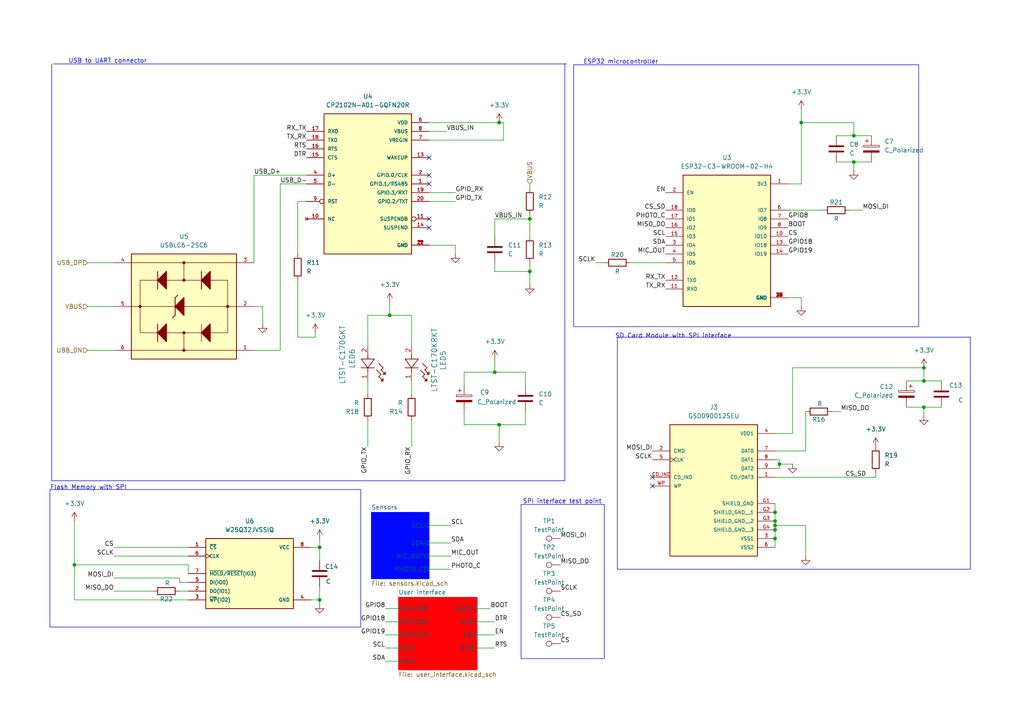
<source format=kicad_sch>
(kicad_sch (version 20250114) (generator "eeschema") (generator_version "9.0")
  (paper "A4")
  (title_block (title "ESP32 Controller and Memory Components") (date "2025-04-30"))
  (lib_symbols
    (symbol "Connector:TestPoint" (pin_numbers (hide yes)) (pin_names (offset 0.762) (hide yes))
      (property "Reference" "TP" (at 0 6.858 0))
      (property "Value" "TestPoint" (at 0 5.08 0))
      (symbol "TestPoint_0_1"
        (circle (center 0 3.302) (radius 0.762))
      )
      (symbol "TestPoint_1_1"
        (pin passive line (at 0 0 90) (length 2.54) (name "1") (number "1"))
      )
    )
    (symbol "Device:C" (pin_numbers (hide yes)) (pin_names (offset 0.254))
      (property "Reference" "C" (at 0.635 2.54 0))
      (property "Value" "C" (at 0.635 -2.54 0))
      (symbol "C_0_1"
        (polyline (pts (xy -2.032 0.762) (xy 2.032 0.762)) (stroke (width 0.508)))
        (polyline (pts (xy -2.032 -0.762) (xy 2.032 -0.762)) (stroke (width 0.508)))
      )
      (symbol "C_1_1"
        (pin passive line (at 0 3.81 270) (length 2.794) (name "~") (number "1"))
        (pin passive line (at 0 -3.81 90) (length 2.794) (name "~") (number "2"))
      )
    )
    (symbol "Device:C_Polarized" (pin_numbers (hide yes)) (pin_names (offset 0.254))
      (property "Reference" "C" (at 0.635 2.54 0))
      (property "Value" "C_Polarized" (at 0.635 -2.54 0))
      (symbol "C_Polarized_0_1"
        (rectangle (start -2.286 0.508) (end 2.286 1.016))
        (polyline (pts (xy -1.778 2.286) (xy -0.762 2.286)))
        (polyline (pts (xy -1.27 2.794) (xy -1.27 1.778)))
        (rectangle (start 2.286 -0.508) (end -2.286 -1.016) (fill (type outline)))
      )
      (symbol "C_Polarized_1_1"
        (pin passive line (at 0 3.81 270) (length 2.794) (name "~") (number "1"))
        (pin passive line (at 0 -3.81 90) (length 2.794) (name "~") (number "2"))
      )
    )
    (symbol "Device:R" (pin_numbers (hide yes)) (pin_names (offset 0))
      (property "Reference" "R" (at 2.032 0 90))
      (property "Value" "R" (at 0 0 90))
      (symbol "R_0_1"
        (rectangle (start -1.016 -2.54) (end 1.016 2.54) (stroke (width 0.254)))
      )
      (symbol "R_1_1"
        (pin passive line (at 0 3.81 270) (length 1.27) (name "~") (number "1"))
        (pin passive line (at 0 -3.81 90) (length 1.27) (name "~") (number "2"))
      )
    )
    (symbol "ESP32_IoT_Board_Schem:CP2102N-A01-GQFN20R" (pin_names (offset 1.016))
      (property "Reference" "U" (at -12.7226 20.865 0))
      (property "Value" "CP2102N-A01-GQFN20R" (at -12.7003 -22.8606 0))
      (symbol "CP2102N-A01-GQFN20R_0_0"
        (rectangle (start -12.7 20.32) (end 12.7 -20.32) (stroke (width 0.254)) (fill (type background)))
        (pin input line (at -17.78 15.24 0) (length 5.08) (name "RXD") (number "17"))
        (pin output line (at -17.78 12.7 0) (length 5.08) (name "TXD") (number "18"))
        (pin output line (at -17.78 10.16 0) (length 5.08) (name "RTS") (number "16"))
        (pin input line (at -17.78 7.62 0) (length 5.08) (name "CTS") (number "15"))
        (pin bidirectional line (at -17.78 2.54 0) (length 5.08) (name "D+") (number "4"))
        (pin bidirectional line (at -17.78 0 0) (length 5.08) (name "D-") (number "5"))
        (pin input inverted (at -17.78 -5.08 0) (length 5.08) (name "RST") (number "9"))
        (pin no_connect line (at -17.78 -10.16 0) (length 5.08) (name "NC") (number "10"))
        (pin power_in line (at 17.78 17.78 180) (length 5.08) (name "VDD") (number "6"))
        (pin power_in line (at 17.78 15.24 180) (length 5.08) (name "VBUS") (number "8"))
        (pin power_in line (at 17.78 12.7 180) (length 5.08) (name "VREGIN") (number "7"))
        (pin input line (at 17.78 7.62 180) (length 5.08) (name "WAKEUP") (number "13"))
        (pin bidirectional line (at 17.78 2.54 180) (length 5.08) (name "GPIO.0/CLK") (number "2"))
        (pin bidirectional line (at 17.78 0 180) (length 5.08) (name "GPIO.1/RS485") (number "1"))
        (pin bidirectional line (at 17.78 -2.54 180) (length 5.08) (name "GPIO.3/RXT") (number "19"))
        (pin bidirectional line (at 17.78 -5.08 180) (length 5.08) (name "GPIO.2/TXT") (number "20"))
        (pin output inverted (at 17.78 -10.16 180) (length 5.08) (name "SUSPENDB") (number "11"))
        (pin output line (at 17.78 -12.7 180) (length 5.08) (name "SUSPEND") (number "14"))
        (pin power_in line (at 17.78 -17.78 180) (length 5.08) (name "GND") (number "12"))
        (pin power_in line (at 17.78 -17.78 180) (length 5.08) (name "GND") (number "21"))
        (pin power_in line (at 17.78 -17.78 180) (length 5.08) (name "GND") (number "3"))
      )
    )
    (symbol "ESP32_IoT_Board_Schem:ESP32-C3-WROOM-02-H4" (pin_names (offset 1.016))
      (property "Reference" "U" (at -12.7 21.082 0))
      (property "Value" "ESP32-C3-WROOM-02-H4" (at -12.7 -18.542 0))
      (symbol "ESP32-C3-WROOM-02-H4_0_0"
        (rectangle (start -12.7 -17.78) (end 12.7 20.32) (stroke (width 0.254)) (fill (type background)))
        (pin input line (at -17.78 15.24 0) (length 5.08) (name "EN") (number "2"))
        (pin bidirectional line (at -17.78 10.16 0) (length 5.08) (name "IO0") (number "18"))
        (pin bidirectional line (at -17.78 7.62 0) (length 5.08) (name "IO1") (number "17"))
        (pin bidirectional line (at -17.78 5.08 0) (length 5.08) (name "IO2") (number "16"))
        (pin bidirectional line (at -17.78 2.54 0) (length 5.08) (name "IO3") (number "15"))
        (pin bidirectional line (at -17.78 0 0) (length 5.08) (name "IO4") (number "3"))
        (pin bidirectional line (at -17.78 -2.54 0) (length 5.08) (name "IO5") (number "4"))
        (pin bidirectional line (at -17.78 -5.08 0) (length 5.08) (name "IO6") (number "5"))
        (pin bidirectional line (at -17.78 -10.16 0) (length 5.08) (name "TXD") (number "12"))
        (pin bidirectional line (at -17.78 -12.7 0) (length 5.08) (name "RXD") (number "11"))
        (pin power_in line (at 17.78 17.78 180) (length 5.08) (name "3V3") (number "1"))
        (pin bidirectional line (at 17.78 10.16 180) (length 5.08) (name "IO7") (number "6"))
        (pin bidirectional line (at 17.78 7.62 180) (length 5.08) (name "IO8") (number "7"))
        (pin bidirectional line (at 17.78 5.08 180) (length 5.08) (name "IO9") (number "8"))
        (pin bidirectional line (at 17.78 2.54 180) (length 5.08) (name "IO10") (number "10"))
        (pin bidirectional line (at 17.78 0 180) (length 5.08) (name "IO18") (number "13"))
        (pin bidirectional line (at 17.78 -2.54 180) (length 5.08) (name "IO19") (number "14"))
        (pin power_in line (at 17.78 -15.24 180) (length 5.08) (name "GND") (number "19"))
        (pin power_in line (at 17.78 -15.24 180) (length 5.08) (name "GND") (number "20"))
        (pin power_in line (at 17.78 -15.24 180) (length 5.08) (name "GND") (number "21"))
        (pin power_in line (at 17.78 -15.24 180) (length 5.08) (name "GND") (number "22"))
        (pin power_in line (at 17.78 -15.24 180) (length 5.08) (name "GND") (number "23"))
        (pin power_in line (at 17.78 -15.24 180) (length 5.08) (name "GND") (number "24"))
        (pin power_in line (at 17.78 -15.24 180) (length 5.08) (name "GND") (number "25"))
        (pin power_in line (at 17.78 -15.24 180) (length 5.08) (name "GND") (number "26"))
        (pin power_in line (at 17.78 -15.24 180) (length 5.08) (name "GND") (number "27"))
        (pin power_in line (at 17.78 -15.24 180) (length 5.08) (name "GND") (number "28"))
        (pin power_in line (at 17.78 -15.24 180) (length 5.08) (name "GND") (number "29"))
        (pin power_in line (at 17.78 -15.24 180) (length 5.08) (name "GND") (number "30"))
        (pin power_in line (at 17.78 -15.24 180) (length 5.08) (name "GND") (number "31"))
        (pin power_in line (at 17.78 -15.24 180) (length 5.08) (name "GND") (number "32"))
        (pin power_in line (at 17.78 -15.24 180) (length 5.08) (name "GND") (number "33"))
        (pin power_in line (at 17.78 -15.24 180) (length 5.08) (name "GND") (number "34"))
        (pin power_in line (at 17.78 -15.24 180) (length 5.08) (name "GND") (number "35"))
        (pin power_in line (at 17.78 -15.24 180) (length 5.08) (name "GND") (number "36"))
        (pin power_in line (at 17.78 -15.24 180) (length 5.08) (name "GND") (number "37"))
        (pin power_in line (at 17.78 -15.24 180) (length 5.08) (name "GND") (number "38"))
        (pin power_in line (at 17.78 -15.24 180) (length 5.08) (name "GND") (number "39"))
        (pin power_in line (at 17.78 -15.24 180) (length 5.08) (name "GND") (number "9"))
      )
    )
    (symbol "ESP32_IoT_Board_Schem:GSD090012SEU" (pin_names (offset 1.016))
      (property "Reference" "J" (at -12.7 16.002 0))
      (property "Value" "GSD090012SEU" (at -12.7 -25.4 0))
      (symbol "GSD090012SEU_0_0"
        (rectangle (start -12.7 15.24) (end 12.7 -22.86) (stroke (width 0.254)) (fill (type background)))
        (pin bidirectional line (at -17.78 7.62 0) (length 5.08) (name "CMD") (number "2"))
        (pin bidirectional clock (at -17.78 5.08 0) (length 5.08) (name "CLK") (number "5"))
        (pin passive line (at -17.78 0 0) (length 5.08) (name "CD_IND") (number "CD_IND"))
        (pin passive line (at -17.78 -2.54 0) (length 5.08) (name "WP") (number "WP"))
        (pin power_in line (at 17.78 12.7 180) (length 5.08) (name "VDD1") (number "4"))
        (pin bidirectional line (at 17.78 7.62 180) (length 5.08) (name "DAT0") (number "7"))
        (pin bidirectional line (at 17.78 5.08 180) (length 5.08) (name "DAT1") (number "8"))
        (pin bidirectional line (at 17.78 2.54 180) (length 5.08) (name "DAT2") (number "9"))
        (pin bidirectional line (at 17.78 0 180) (length 5.08) (name "CD/DAT3") (number "1"))
        (pin power_in line (at 17.78 -7.62 180) (length 5.08) (name "SHIELD_GND") (number "G1"))
        (pin power_in line (at 17.78 -10.16 180) (length 5.08) (name "SHIELD_GND__1") (number "G2"))
        (pin power_in line (at 17.78 -12.7 180) (length 5.08) (name "SHIELD_GND__2") (number "G3"))
        (pin power_in line (at 17.78 -15.24 180) (length 5.08) (name "SHIELD_GND__3") (number "G4"))
        (pin power_in line (at 17.78 -17.78 180) (length 5.08) (name "VSS1") (number "3"))
        (pin power_in line (at 17.78 -20.32 180) (length 5.08) (name "VSS2") (number "6"))
      )
    )
    (symbol "ESP32_IoT_Board_Schem:LTST-C170GKT" (pin_names (offset 0.254))
      (property "Reference" "LED" (at 0.635 -4.445 0))
      (property "Value" "LTST-C170GKT" (at 0.635 -7.62 0))
      (symbol "LTST-C170GKT_1_1"
        (polyline (pts (xy -7.62 0) (xy -6.6802 0)) (stroke (width 0.2032)))
        (polyline (pts (xy -6.985 0) (xy -6.35 0)) (stroke (width 0.2032)))
        (polyline (pts (xy -6.35 1.905) (xy -6.35 -1.905)) (stroke (width 0.2032)))
        (polyline (pts (xy -6.35 -1.905) (xy -3.81 0)) (stroke (width 0.2032)))
        (polyline (pts (xy -5.08 3.175) (xy -3.81 4.445)) (stroke (width 0.2032)))
        (polyline (pts (xy -3.81 4.445) (xy -3.175 3.81)) (stroke (width 0.2032)))
        (polyline (pts (xy -3.81 0) (xy -6.35 1.905)) (stroke (width 0.2032)))
        (polyline (pts (xy -3.81 0) (xy -2.54 0)) (stroke (width 0.2032)))
        (polyline (pts (xy -3.81 -1.905) (xy -3.81 1.905)) (stroke (width 0.2032)))
        (polyline (pts (xy -3.175 3.81) (xy -1.905 5.08)) (stroke (width 0.2032)))
        (polyline (pts (xy -3.175 2.54) (xy -1.905 3.81)) (stroke (width 0.2032)))
        (polyline (pts (xy -2.54 5.08) (xy -1.905 4.445)) (stroke (width 0.2032)))
        (polyline (pts (xy -1.905 5.08) (xy -2.54 5.08)) (stroke (width 0.2032)))
        (polyline (pts (xy -1.905 4.445) (xy -1.905 5.08)) (stroke (width 0.2032)))
        (polyline (pts (xy -1.905 3.81) (xy -1.27 3.175)) (stroke (width 0.2032)))
        (polyline (pts (xy -1.27 3.175) (xy 0 4.445)) (stroke (width 0.2032)))
        (polyline (pts (xy -0.635 4.445) (xy 0 3.81)) (stroke (width 0.2032)))
        (polyline (pts (xy 0 4.445) (xy -0.635 4.445)) (stroke (width 0.2032)))
        (polyline (pts (xy 0 3.81) (xy 0 4.445)) (stroke (width 0.2032)))
        (pin unspecified line (at -10.16 0 0) (length 2.54) (name "") (number "2"))
        (pin unspecified line (at 0 0 180) (length 2.54) (name "") (number "1"))
      )
      (symbol "LTST-C170GKT_1_2"
        (polyline (pts (xy -5.08 8.255) (xy -5.08 7.62)) (stroke (width 0.2032)))
        (polyline (pts (xy -5.08 7.62) (xy -4.445 8.255)) (stroke (width 0.2032)))
        (polyline (pts (xy -4.445 10.16) (xy -4.445 9.525)) (stroke (width 0.2032)))
        (polyline (pts (xy -4.445 9.525) (xy -3.81 10.16)) (stroke (width 0.2032)))
        (polyline (pts (xy -4.445 8.255) (xy -5.08 8.255)) (stroke (width 0.2032)))
        (polyline (pts (xy -4.445 6.35) (xy -3.81 6.985)) (stroke (width 0.2032)))
        (polyline (pts (xy -3.81 10.16) (xy -4.445 10.16)) (stroke (width 0.2032)))
        (polyline (pts (xy -3.81 8.255) (xy -3.175 8.89)) (stroke (width 0.2032)))
        (polyline (pts (xy -3.81 6.985) (xy -5.08 8.255)) (stroke (width 0.2032)))
        (polyline (pts (xy -3.175 8.89) (xy -4.445 10.16)) (stroke (width 0.2032)))
        (polyline (pts (xy -3.175 5.08) (xy -4.445 6.35)) (stroke (width 0.2032)))
        (polyline (pts (xy -2.54 6.985) (xy -3.81 8.255)) (stroke (width 0.2032)))
        (polyline (pts (xy -1.905 3.81) (xy 1.905 3.81)) (stroke (width 0.2032)))
        (polyline (pts (xy 0 6.35) (xy -1.905 3.81)) (stroke (width 0.2032)))
        (polyline (pts (xy 0 6.35) (xy 0 7.62)) (stroke (width 0.2032)))
        (polyline (pts (xy 0 3.175) (xy 0 3.81)) (stroke (width 0.2032)))
        (polyline (pts (xy 0 2.54) (xy 0 3.4798)) (stroke (width 0.2032)))
        (polyline (pts (xy 1.905 6.35) (xy -1.905 6.35)) (stroke (width 0.2032)))
        (polyline (pts (xy 1.905 3.81) (xy 0 6.35)) (stroke (width 0.2032)))
        (pin unspecified line (at 0 10.16 270) (length 2.54) (name "") (number "1"))
        (pin unspecified line (at 0 0 90) (length 2.54) (name "") (number "2"))
      )
    )
    (symbol "ESP32_IoT_Board_Schem:LTST-C170KRKT" (pin_names (offset 0.254) (hide yes))
      (property "Reference" "LED" (at 0 -4.445 0))
      (property "Value" "LTST-C170KRKT" (at 5.08 -7.62 0))
      (symbol "LTST-C170KRKT_1_1"
        (polyline (pts (xy -2.54 0) (xy -1.6002 0)) (stroke (width 0.2032)))
        (polyline (pts (xy -1.905 0) (xy -1.27 0)) (stroke (width 0.2032)))
        (polyline (pts (xy -1.27 1.905) (xy -1.27 -1.905)) (stroke (width 0.2032)))
        (polyline (pts (xy -1.27 -1.905) (xy 1.27 0)) (stroke (width 0.2032)))
        (polyline (pts (xy 0 3.175) (xy 1.27 4.445)) (stroke (width 0.2032)))
        (polyline (pts (xy 1.27 4.445) (xy 1.905 3.81)) (stroke (width 0.2032)))
        (polyline (pts (xy 1.27 0) (xy -1.27 1.905)) (stroke (width 0.2032)))
        (polyline (pts (xy 1.27 0) (xy 2.54 0)) (stroke (width 0.2032)))
        (polyline (pts (xy 1.27 -1.905) (xy 1.27 1.905)) (stroke (width 0.2032)))
        (polyline (pts (xy 1.905 3.81) (xy 3.175 5.08)) (stroke (width 0.2032)))
        (polyline (pts (xy 1.905 2.54) (xy 3.175 3.81)) (stroke (width 0.2032)))
        (polyline (pts (xy 2.54 5.08) (xy 3.175 4.445)) (stroke (width 0.2032)))
        (polyline (pts (xy 3.175 5.08) (xy 2.54 5.08)) (stroke (width 0.2032)))
        (polyline (pts (xy 3.175 4.445) (xy 3.175 5.08)) (stroke (width 0.2032)))
        (polyline (pts (xy 3.175 3.81) (xy 3.81 3.175)) (stroke (width 0.2032)))
        (polyline (pts (xy 3.81 3.175) (xy 5.08 4.445)) (stroke (width 0.2032)))
        (polyline (pts (xy 4.445 4.445) (xy 5.08 3.81)) (stroke (width 0.2032)))
        (polyline (pts (xy 5.08 4.445) (xy 4.445 4.445)) (stroke (width 0.2032)))
        (polyline (pts (xy 5.08 3.81) (xy 5.08 4.445)) (stroke (width 0.2032)))
        (pin unspecified line (at -5.08 0 0) (length 2.54) (name "") (number "2"))
        (pin unspecified line (at 5.08 0 180) (length 2.54) (name "") (number "1"))
      )
      (symbol "LTST-C170KRKT_1_2"
        (polyline (pts (xy -5.08 8.255) (xy -5.08 7.62)) (stroke (width 0.2032)))
        (polyline (pts (xy -5.08 7.62) (xy -4.445 8.255)) (stroke (width 0.2032)))
        (polyline (pts (xy -4.445 10.16) (xy -4.445 9.525)) (stroke (width 0.2032)))
        (polyline (pts (xy -4.445 9.525) (xy -3.81 10.16)) (stroke (width 0.2032)))
        (polyline (pts (xy -4.445 8.255) (xy -5.08 8.255)) (stroke (width 0.2032)))
        (polyline (pts (xy -4.445 6.35) (xy -3.81 6.985)) (stroke (width 0.2032)))
        (polyline (pts (xy -3.81 10.16) (xy -4.445 10.16)) (stroke (width 0.2032)))
        (polyline (pts (xy -3.81 8.255) (xy -3.175 8.89)) (stroke (width 0.2032)))
        (polyline (pts (xy -3.81 6.985) (xy -5.08 8.255)) (stroke (width 0.2032)))
        (polyline (pts (xy -3.175 8.89) (xy -4.445 10.16)) (stroke (width 0.2032)))
        (polyline (pts (xy -3.175 5.08) (xy -4.445 6.35)) (stroke (width 0.2032)))
        (polyline (pts (xy -2.54 6.985) (xy -3.81 8.255)) (stroke (width 0.2032)))
        (polyline (pts (xy -1.905 3.81) (xy 1.905 3.81)) (stroke (width 0.2032)))
        (polyline (pts (xy 0 6.35) (xy -1.905 3.81)) (stroke (width 0.2032)))
        (polyline (pts (xy 0 6.35) (xy 0 7.62)) (stroke (width 0.2032)))
        (polyline (pts (xy 0 3.175) (xy 0 3.81)) (stroke (width 0.2032)))
        (polyline (pts (xy 0 2.54) (xy 0 3.4798)) (stroke (width 0.2032)))
        (polyline (pts (xy 1.905 6.35) (xy -1.905 6.35)) (stroke (width 0.2032)))
        (polyline (pts (xy 1.905 3.81) (xy 0 6.35)) (stroke (width 0.2032)))
        (pin unspecified line (at 0 10.16 270) (length 2.54) (name "") (number "1"))
        (pin unspecified line (at 0 0 90) (length 2.54) (name "") (number "2"))
      )
    )
    (symbol "ESP32_IoT_Board_Schem:USBLC6-2SC6" (pin_names (offset 1.016))
      (property "Reference" "U" (at -15.2693 17.8093 0))
      (property "Value" "USBLC6-2SC6" (at -15.2559 -17.7959 0))
      (symbol "USBLC6-2SC6_0_0"
        (rectangle (start -15.24 15.24) (end 15.24 -15.24) (stroke (width 0.254)) (fill (type background)))
        (polyline (pts (xy -15.24 12.7) (xy 0 12.7)) (stroke (width 0.1524)))
        (polyline (pts (xy -15.24 -12.7) (xy 0 -12.7)) (stroke (width 0.1524)))
        (polyline (pts (xy -12.7 7.62) (xy -12.7 0)) (stroke (width 0.1524)))
        (polyline (pts (xy -12.7 7.62) (xy -7.62 7.62)) (stroke (width 0.1524)))
        (circle (center -12.7 0) (radius 0.254) (stroke (width 0.381)))
        (polyline (pts (xy -12.7 0) (xy -15.24 0)) (stroke (width 0.1524)))
        (polyline (pts (xy -12.7 0) (xy -12.7 -7.62)) (stroke (width 0.1524)))
        (polyline (pts (xy -12.7 0) (xy 0 0)) (stroke (width 0.1524)))
        (polyline (pts (xy -12.7 -7.62) (xy -7.62 -7.62)) (stroke (width 0.1524)))
        (polyline (pts (xy -7.62 10.16) (xy -5.08 7.62)) (stroke (width 0.254)))
        (polyline (pts (xy -7.62 10.16) (xy -7.62 5.08) (xy -5.08 7.62) (xy -7.62 10.16)) (stroke (width 0.254)) (fill (type outline)))
        (polyline (pts (xy -7.62 7.62) (xy -7.62 10.16)) (stroke (width 0.254)))
        (polyline (pts (xy -7.62 5.08) (xy -7.62 7.62)) (stroke (width 0.254)))
        (polyline (pts (xy -7.62 -5.08) (xy -5.08 -7.62)) (stroke (width 0.254)))
        (polyline (pts (xy -7.62 -5.08) (xy -7.62 -10.16) (xy -5.08 -7.62) (xy -7.62 -5.08)) (stroke (width 0.254)) (fill (type outline)))
        (polyline (pts (xy -7.62 -7.62) (xy -7.62 -5.08)) (stroke (width 0.254)))
        (polyline (pts (xy -7.62 -10.16) (xy -7.62 -7.62)) (stroke (width 0.254)))
        (polyline (pts (xy -5.08 10.16) (xy -5.08 7.62)) (stroke (width 0.1524)))
        (polyline (pts (xy -5.08 7.62) (xy -7.62 5.08)) (stroke (width 0.254)))
        (polyline (pts (xy -5.08 7.62) (xy -5.08 5.08)) (stroke (width 0.1524)))
        (polyline (pts (xy -5.08 7.62) (xy 0 7.62)) (stroke (width 0.1524)))
        (polyline (pts (xy -5.08 -5.08) (xy -5.08 -7.62)) (stroke (width 0.254)))
        (polyline (pts (xy -5.08 -7.62) (xy -7.62 -10.16)) (stroke (width 0.254)))
        (polyline (pts (xy -5.08 -7.62) (xy -5.08 -10.16)) (stroke (width 0.254)))
        (polyline (pts (xy -5.08 -7.62) (xy 0 -7.62)) (stroke (width 0.1524)))
        (circle (center 0 12.7) (radius 0.254) (stroke (width 0.381)))
        (polyline (pts (xy 0 12.7) (xy 15.24 12.7)) (stroke (width 0.1524)))
        (circle (center 0 7.62) (radius 0.254) (stroke (width 0.381)))
        (polyline (pts (xy 0 7.62) (xy 0 12.7)) (stroke (width 0.1524)))
        (polyline (pts (xy 0 7.62) (xy 5.08 7.62)) (stroke (width 0.1524)))
        (polyline (pts (xy 0 2.54) (xy 2.54 0)) (stroke (width 0.254)))
        (polyline (pts (xy 0 2.54) (xy 0 -2.54) (xy 2.54 0) (xy 0 2.54)) (stroke (width 0.254)) (fill (type outline)))
        (polyline (pts (xy 0 0) (xy 0 2.54)) (stroke (width 0.254)))
        (polyline (pts (xy 0 -2.54) (xy 0 0)) (stroke (width 0.254)))
        (polyline (pts (xy 0 -7.62) (xy 0 -12.7)) (stroke (width 0.1524)))
        (polyline (pts (xy 0 -7.62) (xy 5.08 -7.62)) (stroke (width 0.1524)))
        (circle (center 0 -7.62) (radius 0.254) (stroke (width 0.381)))
        (circle (center 0 -12.7) (radius 0.254) (stroke (width 0.381)))
        (polyline (pts (xy 2.54 2.54) (xy 2.54 -2.54)) (stroke (width 0.254)))
        (polyline (pts (xy 2.54 2.54) (xy 3.302 3.302)) (stroke (width 0.254)))
        (polyline (pts (xy 2.54 0) (xy 0 -2.54)) (stroke (width 0.254)))
        (polyline (pts (xy 2.54 0) (xy 12.7 0)) (stroke (width 0.1524)))
        (polyline (pts (xy 2.54 -2.54) (xy 1.778 -3.302)) (stroke (width 0.254)))
        (polyline (pts (xy 5.08 10.16) (xy 7.62 7.62)) (stroke (width 0.254)))
        (polyline (pts (xy 5.08 10.16) (xy 5.08 5.08) (xy 7.62 7.62) (xy 5.08 10.16)) (stroke (width 0.254)) (fill (type outline)))
        (polyline (pts (xy 5.08 7.62) (xy 5.08 10.16)) (stroke (width 0.254)))
        (polyline (pts (xy 5.08 5.08) (xy 5.08 7.62)) (stroke (width 0.254)))
        (polyline (pts (xy 5.08 -5.08) (xy 7.62 -7.62)) (stroke (width 0.254)))
        (polyline (pts (xy 5.08 -5.08) (xy 5.08 -10.16) (xy 7.62 -7.62) (xy 5.08 -5.08)) (stroke (width 0.254)) (fill (type outline)))
        (polyline (pts (xy 5.08 -7.62) (xy 5.08 -5.08)) (stroke (width 0.254)))
        (polyline (pts (xy 5.08 -10.16) (xy 5.08 -7.62)) (stroke (width 0.254)))
        (polyline (pts (xy 7.62 10.16) (xy 7.62 7.62)) (stroke (width 0.254)))
        (polyline (pts (xy 7.62 7.62) (xy 5.08 5.08)) (stroke (width 0.254)))
        (polyline (pts (xy 7.62 7.62) (xy 7.62 5.08)) (stroke (width 0.254)))
        (polyline (pts (xy 7.62 7.62) (xy 12.7 7.62)) (stroke (width 0.1524)))
        (polyline (pts (xy 7.62 -5.08) (xy 7.62 -7.62)) (stroke (width 0.254)))
        (polyline (pts (xy 7.62 -7.62) (xy 5.08 -10.16)) (stroke (width 0.254)))
        (polyline (pts (xy 7.62 -7.62) (xy 7.62 -10.16)) (stroke (width 0.254)))
        (polyline (pts (xy 7.62 -7.62) (xy 12.7 -7.62)) (stroke (width 0.1524)))
        (polyline (pts (xy 12.7 7.62) (xy 12.7 0)) (stroke (width 0.1524)))
        (polyline (pts (xy 12.7 0) (xy 12.7 -7.62)) (stroke (width 0.1524)))
        (polyline (pts (xy 12.7 0) (xy 15.24 0)) (stroke (width 0.1524)))
        (circle (center 12.7 0) (radius 0.254) (stroke (width 0.381)))
        (polyline (pts (xy 15.24 -12.7) (xy 0 -12.7)) (stroke (width 0.1524)))
        (pin bidirectional line (at -20.32 12.7 0) (length 5.08) (name "~") (number "1"))
        (pin power_in line (at -20.32 0 0) (length 5.08) (name "~") (number "2"))
        (pin bidirectional line (at -20.32 -12.7 0) (length 5.08) (name "~") (number "3"))
        (pin bidirectional line (at 20.32 12.7 180) (length 5.08) (name "~") (number "6"))
        (pin power_in line (at 20.32 0 180) (length 5.08) (name "~") (number "5"))
        (pin bidirectional line (at 20.32 -12.7 180) (length 5.08) (name "~") (number "4"))
      )
    )
    (symbol "ESP32_IoT_Board_Schem:W25Q32JVSSIQ" (pin_names (offset 1.016))
      (property "Reference" "U" (at -12.4723 10.945 0))
      (property "Value" "W25Q32JVSSIQ" (at -12.4744 -12.2198 0))
      (symbol "W25Q32JVSSIQ_0_0"
        (rectangle (start -12.7 -10.16) (end 12.7 10.16) (stroke (width 0.254)) (fill (type background)))
        (pin input line (at -17.78 7.62 0) (length 5.08) (name "~{CS}") (number "1"))
        (pin input clock (at -17.78 5.08 0) (length 5.08) (name "CLK") (number "6"))
        (pin bidirectional line (at -17.78 0 0) (length 5.08) (name "~{HOLD}/~{RESET}(IO3)") (number "7"))
        (pin bidirectional line (at -17.78 -2.54 0) (length 5.08) (name "DI(IO0)") (number "5"))
        (pin bidirectional line (at -17.78 -5.08 0) (length 5.08) (name "DO(IO1)") (number "2"))
        (pin bidirectional line (at -17.78 -7.62 0) (length 5.08) (name "~{WP}(IO2)") (number "3"))
        (pin power_in line (at 17.78 7.62 180) (length 5.08) (name "VCC") (number "8"))
        (pin power_in line (at 17.78 -7.62 180) (length 5.08) (name "GND") (number "4"))
      )
    )
    (symbol "power:+3.3V" (power) (pin_numbers (hide yes)) (pin_names (offset 0) (hide yes))
      (property "Value" "+3.3V" (at 0 3.556 0))
      (symbol "+3.3V_0_1"
        (polyline (pts (xy -0.762 1.27) (xy 0 2.54)))
        (polyline (pts (xy 0 2.54) (xy 0.762 1.27)))
        (polyline (pts (xy 0 0) (xy 0 2.54)))
      )
      (symbol "+3.3V_1_1"
        (pin power_in line (at 0 0 90) (length 0) (name "~") (number "1"))
      )
    )
    (symbol "power:GND" (power) (pin_numbers (hide yes)) (pin_names (offset 0) (hide yes))
      (property "Value" "GND" (at 0 -3.81 0))
      (symbol "GND_0_1"
        (polyline (pts (xy 0 0) (xy 0 -1.27) (xy 1.27 -1.27) (xy 0 -2.54) (xy -1.27 -1.27) (xy 0 -1.27)))
      )
      (symbol "GND_1_1"
        (pin power_in line (at 0 0 270) (length 0) (name "~") (number "1"))
      )
    )
  )
  (rectangle (start 179.07 97.79) (end 281.432 165.1))
  (rectangle (start 14.478 141.986) (end 104.648 181.864))
  (rectangle (start 151.13 146.304) (end 175.26 191.008))
  (text "SD Card Module with SPI interface\n" (at 195.326 97.536 0) (effects (font (size 1.27 1.27))))
  (text "SPI interface test point\n" (at 163.068 145.542 0) (effects (font (size 1.27 1.27))))
  (text "Flash Memory with SPI\n\n" (at 25.654 142.494 0) (effects (font (size 1.27 1.27))))
  (text "ESP32 microcontroller" (at 180.086 18.034 0) (effects (font (size 1.27 1.27))))
  (text "USB to UART connector" (at 31.242 17.78 0) (effects (font (size 1.27 1.27))))
  (junction (at 153.67 78.74))
  (junction (at 267.97 110.49))
  (junction (at 92.71 158.75))
  (junction (at 224.79 148.59))
  (junction (at 267.97 106.68))
  (junction (at 144.78 123.19))
  (junction (at 247.65 39.37))
  (junction (at 92.71 173.99))
  (junction (at 267.97 118.11))
  (junction (at 247.65 46.99))
  (junction (at 21.59 163.83))
  (junction (at 224.79 153.67))
  (junction (at 143.51 107.95))
  (junction (at 224.79 156.21))
  (junction (at 224.79 151.13))
  (junction (at 226.06 134.62))
  (junction (at 144.78 35.56))
  (junction (at 232.41 35.56))
  (junction (at 153.67 63.5))
  (junction (at 113.03 91.44))
  (junction (at 224.79 152.4))
  (no_connect (at 124.46 53.34))
  (no_connect (at 124.46 66.04))
  (no_connect (at 189.23 140.97))
  (no_connect (at 189.23 138.43))
  (no_connect (at 124.46 63.5))
  (no_connect (at 124.46 50.8))
  (no_connect (at 124.46 45.72))
  (wire (pts (xy 153.67 78.74) (xy 153.67 76.2)))
  (wire (pts (xy 124.46 161.29) (xy 130.81 161.29)))
  (wire (pts (xy 119.38 114.3) (xy 119.38 110.49)))
  (wire (pts (xy 144.78 35.56) (xy 146.05 35.56)))
  (wire (pts (xy 224.79 138.43) (xy 254 138.43)))
  (wire (pts (xy 143.51 107.95) (xy 152.4 107.95)))
  (wire (pts (xy 254 138.43) (xy 254 137.16)))
  (wire (pts (xy 73.66 76.2) (xy 73.66 50.8)))
  (wire (pts (xy 143.51 187.96) (xy 138.43 187.96)))
  (wire (pts (xy 132.08 58.42) (xy 124.46 58.42)))
  (polyline (pts (xy 15.494 18.542) (xy 164.338 18.542)))
  (wire (pts (xy 226.06 134.62) (xy 226.06 135.89)))
  (wire (pts (xy 119.38 100.33) (xy 119.38 91.44)))
  (polyline (pts (xy 14.986 18.542) (xy 14.986 139.446)))
  (polyline (pts (xy 166.37 18.796) (xy 166.37 94.742)))
  (wire (pts (xy 134.62 123.19) (xy 134.62 119.38)))
  (wire (pts (xy 153.67 63.5) (xy 153.67 62.23)))
  (wire (pts (xy 81.28 101.6) (xy 81.28 53.34)))
  (wire (pts (xy 111.76 176.53) (xy 115.57 176.53)))
  (wire (pts (xy 92.71 158.75) (xy 92.71 162.56)))
  (wire (pts (xy 247.65 35.56) (xy 232.41 35.56)))
  (wire (pts (xy 153.67 82.55) (xy 153.67 78.74)))
  (wire (pts (xy 52.07 167.64) (xy 52.07 168.91)))
  (wire (pts (xy 153.67 63.5) (xy 153.67 68.58)))
  (wire (pts (xy 92.71 173.99) (xy 90.17 173.99)))
  (wire (pts (xy 134.62 107.95) (xy 143.51 107.95)))
  (wire (pts (xy 111.76 180.34) (xy 115.57 180.34)))
  (wire (pts (xy 25.4 76.2) (xy 33.02 76.2)))
  (wire (pts (xy 88.9 58.42) (xy 86.36 58.42)))
  (wire (pts (xy 119.38 129.54) (xy 119.38 121.92)))
  (wire (pts (xy 229.87 125.73) (xy 224.79 125.73)))
  (wire (pts (xy 246.38 60.96) (xy 250.19 60.96)))
  (wire (pts (xy 228.6 60.96) (xy 238.76 60.96)))
  (wire (pts (xy 124.46 152.4) (xy 130.81 152.4)))
  (wire (pts (xy 106.68 129.54) (xy 106.68 121.92)))
  (wire (pts (xy 267.97 120.65) (xy 267.97 118.11)))
  (wire (pts (xy 242.57 39.37) (xy 247.65 39.37)))
  (wire (pts (xy 267.97 110.49) (xy 273.05 110.49)))
  (wire (pts (xy 146.05 40.64) (xy 124.46 40.64)))
  (wire (pts (xy 152.4 107.95) (xy 152.4 111.76)))
  (wire (pts (xy 224.79 152.4) (xy 224.79 153.67)))
  (wire (pts (xy 21.59 151.13) (xy 21.59 163.83)))
  (wire (pts (xy 113.03 91.44) (xy 119.38 91.44)))
  (wire (pts (xy 146.05 35.56) (xy 146.05 40.64)))
  (wire (pts (xy 267.97 118.11) (xy 262.89 118.11)))
  (wire (pts (xy 113.03 87.63) (xy 113.03 91.44)))
  (wire (pts (xy 153.67 54.61) (xy 153.67 53.34)))
  (wire (pts (xy 111.76 187.96) (xy 115.57 187.96)))
  (wire (pts (xy 21.59 163.83) (xy 21.59 173.99)))
  (wire (pts (xy 76.2 88.9) (xy 73.66 88.9)))
  (wire (pts (xy 124.46 157.48) (xy 130.81 157.48)))
  (wire (pts (xy 182.88 76.2) (xy 193.04 76.2)))
  (wire (pts (xy 144.78 123.19) (xy 134.62 123.19)))
  (polyline (pts (xy 166.37 18.796) (xy 266.446 18.796)))
  (wire (pts (xy 33.02 158.75) (xy 54.61 158.75)))
  (wire (pts (xy 273.05 118.11) (xy 267.97 118.11)))
  (polyline (pts (xy 166.37 94.742) (xy 266.446 94.742)))
  (wire (pts (xy 224.79 148.59) (xy 224.79 151.13)))
  (wire (pts (xy 226.06 133.35) (xy 226.06 134.62)))
  (wire (pts (xy 229.87 134.62) (xy 226.06 134.62)))
  (wire (pts (xy 52.07 168.91) (xy 54.61 168.91)))
  (wire (pts (xy 241.3 119.38) (xy 243.84 119.38)))
  (wire (pts (xy 132.08 71.12) (xy 132.08 73.66)))
  (wire (pts (xy 92.71 175.26) (xy 92.71 173.99)))
  (wire (pts (xy 232.41 35.56) (xy 232.41 53.34)))
  (wire (pts (xy 124.46 71.12) (xy 132.08 71.12)))
  (wire (pts (xy 124.46 55.88) (xy 132.08 55.88)))
  (wire (pts (xy 106.68 100.33) (xy 106.68 91.44)))
  (wire (pts (xy 124.46 38.1) (xy 129.54 38.1)))
  (wire (pts (xy 233.68 161.29) (xy 233.68 152.4)))
  (wire (pts (xy 54.61 166.37) (xy 54.61 163.83)))
  (wire (pts (xy 144.78 128.27) (xy 144.78 123.19)))
  (wire (pts (xy 232.41 31.75) (xy 232.41 35.56)))
  (wire (pts (xy 33.02 161.29) (xy 54.61 161.29)))
  (wire (pts (xy 111.76 184.15) (xy 115.57 184.15)))
  (wire (pts (xy 91.44 96.52) (xy 91.44 97.79)))
  (wire (pts (xy 233.68 119.38) (xy 233.68 130.81)))
  (wire (pts (xy 224.79 153.67) (xy 224.79 156.21)))
  (wire (pts (xy 81.28 53.34) (xy 88.9 53.34)))
  (wire (pts (xy 124.46 35.56) (xy 144.78 35.56)))
  (wire (pts (xy 25.4 88.9) (xy 33.02 88.9)))
  (wire (pts (xy 143.51 63.5) (xy 143.51 68.58)))
  (wire (pts (xy 247.65 46.99) (xy 252.73 46.99)))
  (polyline (pts (xy 14.986 139.446) (xy 163.83 139.446)))
  (wire (pts (xy 92.71 156.21) (xy 92.71 158.75)))
  (wire (pts (xy 224.79 156.21) (xy 224.79 158.75)))
  (wire (pts (xy 138.43 176.53) (xy 142.24 176.53)))
  (wire (pts (xy 224.79 133.35) (xy 226.06 133.35)))
  (wire (pts (xy 242.57 46.99) (xy 247.65 46.99)))
  (wire (pts (xy 73.66 50.8) (xy 88.9 50.8)))
  (wire (pts (xy 76.2 88.9) (xy 76.2 93.98)))
  (wire (pts (xy 247.65 49.53) (xy 247.65 46.99)))
  (polyline (pts (xy 266.446 94.742) (xy 266.446 18.796)))
  (wire (pts (xy 33.02 167.64) (xy 52.07 167.64)))
  (wire (pts (xy 232.41 53.34) (xy 228.6 53.34)))
  (wire (pts (xy 233.68 152.4) (xy 224.79 152.4)))
  (wire (pts (xy 86.36 58.42) (xy 86.36 73.66)))
  (wire (pts (xy 229.87 106.68) (xy 267.97 106.68)))
  (wire (pts (xy 25.4 101.6) (xy 33.02 101.6)))
  (wire (pts (xy 143.51 104.14) (xy 143.51 107.95)))
  (wire (pts (xy 86.36 97.79) (xy 86.36 81.28)))
  (wire (pts (xy 73.66 101.6) (xy 81.28 101.6)))
  (wire (pts (xy 92.71 170.18) (xy 92.71 173.99)))
  (wire (pts (xy 106.68 114.3) (xy 106.68 110.49)))
  (wire (pts (xy 106.68 91.44) (xy 113.03 91.44)))
  (wire (pts (xy 229.87 106.68) (xy 229.87 125.73)))
  (wire (pts (xy 90.17 158.75) (xy 92.71 158.75)))
  (wire (pts (xy 143.51 63.5) (xy 153.67 63.5)))
  (wire (pts (xy 52.07 171.45) (xy 54.61 171.45)))
  (wire (pts (xy 247.65 39.37) (xy 252.73 39.37)))
  (wire (pts (xy 124.46 165.1) (xy 130.81 165.1)))
  (wire (pts (xy 226.06 135.89) (xy 224.79 135.89)))
  (wire (pts (xy 152.4 119.38) (xy 152.4 123.19)))
  (wire (pts (xy 143.51 180.34) (xy 138.43 180.34)))
  (wire (pts (xy 267.97 110.49) (xy 262.89 110.49)))
  (wire (pts (xy 224.79 151.13) (xy 224.79 152.4)))
  (wire (pts (xy 134.62 111.76) (xy 134.62 107.95)))
  (wire (pts (xy 233.68 130.81) (xy 224.79 130.81)))
  (wire (pts (xy 143.51 76.2) (xy 143.51 78.74)))
  (wire (pts (xy 247.65 39.37) (xy 247.65 35.56)))
  (wire (pts (xy 172.72 76.2) (xy 175.26 76.2)))
  (wire (pts (xy 232.41 86.36) (xy 228.6 86.36)))
  (wire (pts (xy 267.97 106.68) (xy 267.97 110.49)))
  (wire (pts (xy 111.76 191.77) (xy 115.57 191.77)))
  (wire (pts (xy 54.61 163.83) (xy 21.59 163.83)))
  (wire (pts (xy 152.4 123.19) (xy 144.78 123.19)))
  (wire (pts (xy 91.44 97.79) (xy 86.36 97.79)))
  (wire (pts (xy 54.61 173.99) (xy 21.59 173.99)))
  (wire (pts (xy 224.79 146.05) (xy 224.79 148.59)))
  (wire (pts (xy 232.41 88.9) (xy 232.41 86.36)))
  (polyline (pts (xy 163.83 139.446) (xy 163.83 18.542)))
  (wire (pts (xy 143.51 78.74) (xy 153.67 78.74)))
  (wire (pts (xy 143.51 184.15) (xy 138.43 184.15)))
  (wire (pts (xy 33.02 171.45) (xy 44.45 171.45)))
  (label "GPIO_TX" (at 106.68 129.54 270))
  (label "RX_TX" (at 193.04 81.28 180))
  (label "CS" (at 162.56 186.69 0))
  (label "RTS" (at 143.51 187.96 0))
  (label "GPIO_RX" (at 119.38 129.54 270))
  (label "VBUS_IN" (at 143.51 63.5 0))
  (label "SCLK" (at 172.72 76.2 180))
  (label "SDA" (at 130.81 157.48 0))
  (label "TX_RX" (at 193.04 83.82 180))
  (label "MISO_DO" (at 33.02 171.45 180))
  (label "SCLK" (at 189.23 133.35 180))
  (label "MOSI_DI" (at 162.56 156.21 0))
  (label "TX_RX" (at 88.9 40.64 180))
  (label "DTR" (at 88.9 45.72 180))
  (label "SDA" (at 111.76 191.77 180))
  (label "CS" (at 228.6 68.58 0))
  (label "USB_D+" (at 73.66 50.8 0))
  (label "MIC_OUT" (at 193.04 73.66 180))
  (label "GPIO_RX" (at 132.08 55.88 0))
  (label "MISO_DO" (at 162.56 163.83 0))
  (label "CS_SD" (at 245.11 138.43 0))
  (label "SCL" (at 193.04 68.58 180))
  (label "PHOTO_C" (at 130.81 165.1 0))
  (label "USB_D-" (at 81.28 53.34 0))
  (label "GPIO19" (at 228.6 73.66 0))
  (label "GPIO8" (at 111.76 176.53 180))
  (label "GPIO_TX" (at 132.08 58.42 0))
  (label "MOSI_DI" (at 250.19 60.96 0))
  (label "CS_SD" (at 162.56 179.07 0))
  (label "BOOT" (at 142.24 176.53 0))
  (label "SCL" (at 130.81 152.4 0))
  (label "PHOTO_C" (at 193.04 63.5 180))
  (label "MISO_DO" (at 193.04 66.04 180))
  (label "CS" (at 33.02 158.75 180))
  (label "VBUS_IN" (at 129.54 38.1 0))
  (label "RX_TX" (at 88.9 38.1 180))
  (label "MISO_DO" (at 243.84 119.38 0))
  (label "MOSI_DI" (at 189.23 130.81 180))
  (label "GPIO8" (at 228.6 63.5 0))
  (label "DTR" (at 143.51 180.34 0))
  (label "EN" (at 143.51 184.15 0))
  (label "SDA" (at 193.04 71.12 180))
  (label "GPIO18" (at 111.76 180.34 180))
  (label "EN" (at 193.04 55.88 180))
  (label "SCL" (at 111.76 187.96 180))
  (label "CS_SD" (at 193.04 60.96 180))
  (label "MOSI_DI" (at 33.02 167.64 180))
  (label "GPIO18" (at 228.6 71.12 0))
  (label "GPIO19" (at 111.76 184.15 180))
  (label "SCLK" (at 33.02 161.29 180))
  (label "BOOT" (at 228.6 66.04 0))
  (label "RTS" (at 88.9 43.18 180))
  (label "SCLK" (at 162.56 171.45 0))
  (label "MIC_OUT" (at 130.81 161.29 0))
  (hierarchical_label "UBB_DN" (shape input) (at 25.4 101.6 180))
  (hierarchical_label "USB_DP" (shape input) (at 25.4 76.2 180))
  (hierarchical_label "VBUS" (shape input) (at 153.67 53.34 90))
  (hierarchical_label "VBUS" (shape input) (at 25.4 88.9 180))
  (symbol (lib_id "Device:C") (at 273.05 114.3 0) (mirror y) (unit 1)
    (property "Reference" "C13" (at 279.146 111.76 0) (effects (justify left)))
    (property "Value" "C" (at 279.4 116.078 0) (effects (justify left)))
    (property "Footprint" "Capacitor_SMD:C_0805_2012Metric" (effects (hide yes)))
    (property "Description" "Unpolarized capacitor" (effects (hide yes)))
  )
  (symbol (lib_id "ESP32_IoT_Board_Schem:LTST-C170GKT") (at 106.68 110.49 270) (unit 1)
    (property "Reference" "LED6" (at 102.108 106.934 0) (effects (font (size 1.524 1.524)) (justify right)))
    (property "Value" "LTST-C170GKT" (at 99.314 111.506 0) (effects (font (size 1.524 1.524)) (justify right)))
    (property "Footprint" "ESP32_IoT_Board_Footprint:LTST-C170GKT" (effects (hide yes)))
    (property "Description" "LED GREEN CLEAR SMD" (effects (hide yes)))
    (property "Manufacturer" "Lite-On Inc." (effects (hide yes)))
    (property "Manufacturer Part Number" "LTST-C170GKT" (effects (hide yes)))
    (property "DigiKey Part Number" "160-1179-2-ND" (effects (hide yes)))
  )
  (symbol (lib_id "Connector:TestPoint") (at 162.56 163.83 90) (unit 1)
    (property "Reference" "TP2" (at 159.258 158.75 90))
    (property "Value" "TestPoint" (at 159.258 161.29 90))
    (property "Footprint" "TestPoint:TestPoint_Pad_D1.0mm" (effects (hide yes)))
    (property "Description" "test point" (effects (hide yes)))
  )
  (symbol (lib_id "Device:R") (at 254 133.35 180) (unit 1)
    (property "Reference" "R19" (at 256.54 132.0799 0) (effects (justify right)))
    (property "Value" "R" (at 256.54 134.6199 0) (effects (justify right)))
    (property "Footprint" "Resistor_SMD:R_0805_2012Metric" (effects (hide yes)))
    (property "Description" "Resistor" (effects (hide yes)))
  )
  (symbol (lib_id "Connector:TestPoint") (at 162.56 179.07 90) (unit 1)
    (property "Reference" "TP4" (at 159.258 173.99 90))
    (property "Value" "TestPoint" (at 159.258 176.53 90))
    (property "Footprint" "TestPoint:TestPoint_Pad_D1.0mm" (effects (hide yes)))
    (property "Description" "test point" (effects (hide yes)))
  )
  (symbol (lib_id "power:GND") (at 229.87 134.62 0) (unit 1)
    (property "Reference" "#PWR034" (effects (hide yes)))
    (property "Value" "GND" (effects (hide yes)))
    (property "Description" "Power symbol creates a global label with name \"GND\" , ground" (effects (hide yes)))
  )
  (symbol (lib_id "power:+3.3V") (at 92.71 156.21 0) (unit 1)
    (property "Reference" "#PWR037" (effects (hide yes)))
    (property "Value" "+3.3V" (at 92.71 151.13 0))
    (property "Description" "Power symbol creates a global label with name \"+3.3V\"" (effects (hide yes)))
  )
  (symbol (lib_id "power:GND") (at 132.08 73.66 0) (unit 1)
    (property "Reference" "#PWR021" (effects (hide yes)))
    (property "Value" "GND" (effects (hide yes)))
    (property "Description" "Power symbol creates a global label with name \"GND\" , ground" (effects (hide yes)))
  )
  (symbol (lib_id "Device:R") (at 86.36 77.47 0) (unit 1)
    (property "Reference" "R11" (at 88.9 76.1999 0) (effects (justify left)))
    (property "Value" "R" (at 88.9 78.7399 0) (effects (justify left)))
    (property "Footprint" "Resistor_SMD:R_0805_2012Metric" (effects (hide yes)))
    (property "Description" "Resistor" (effects (hide yes)))
  )
  (symbol (lib_id "ESP32_IoT_Board_Schem:GSD090012SEU") (at 207.01 138.43 0) (unit 1)
    (property "Reference" "J3" (at 207.01 118.11 0))
    (property "Value" "GSD090012SEU" (at 207.01 120.65 0))
    (property "Footprint" "ESP32_IoT_Board_Footprint:GSD090012SEU" (effects (hide yes)))
    (property "Description" "CONN SD CARD R/A SMD" (effects (hide yes)))
    (property "Manufacturer" "Amphenol" (effects (hide yes)))
    (property "Manufacturer Part Number" "GSD090012SEU" (effects (hide yes)))
    (property "DigiKey Part Number" "664-GSD090012SEUTR-ND" (effects (hide yes)))
  )
  (symbol (lib_id "power:+3.3V") (at 91.44 96.52 0) (unit 1)
    (property "Reference" "#PWR025" (effects (hide yes)))
    (property "Value" "+3.3V" (at 91.44 91.44 0))
    (property "Description" "Power symbol creates a global label with name \"+3.3V\"" (effects (hide yes)))
  )
  (symbol (lib_id "power:GND") (at 144.78 128.27 0) (unit 1)
    (property "Reference" "#PWR022" (effects (hide yes)))
    (property "Value" "GND" (effects (hide yes)))
    (property "Description" "Power symbol creates a global label with name \"GND\" , ground" (effects (hide yes)))
  )
  (symbol (lib_id "Device:R") (at 153.67 72.39 0) (unit 1)
    (property "Reference" "R13" (at 156.21 71.1199 0) (effects (justify left)))
    (property "Value" "R" (at 156.21 73.6599 0) (effects (justify left)))
    (property "Footprint" "Resistor_SMD:R_0805_2012Metric" (effects (hide yes)))
    (property "Description" "Resistor" (effects (hide yes)))
  )
  (symbol (lib_id "Device:R") (at 153.67 58.42 0) (unit 1)
    (property "Reference" "R12" (at 156.21 57.1499 0) (effects (justify left)))
    (property "Value" "R" (at 156.21 59.6899 0) (effects (justify left)))
    (property "Footprint" "Resistor_SMD:R_0805_2012Metric" (effects (hide yes)))
    (property "Description" "Resistor" (effects (hide yes)))
  )
  (symbol (lib_id "Device:C_Polarized") (at 252.73 43.18 0) (unit 1)
    (property "Reference" "C7" (at 256.54 41.0209 0) (effects (justify left)))
    (property "Value" "C_Polarized" (at 256.54 43.5609 0) (effects (justify left)))
    (property "Description" "Polarized capacitor" (effects (hide yes)))
  )
  (symbol (lib_id "power:+3.3V") (at 232.41 31.75 0) (unit 1)
    (property "Reference" "#PWR027" (effects (hide yes)))
    (property "Value" "+3.3V" (at 232.41 26.67 0))
    (property "Description" "Power symbol creates a global label with name \"+3.3V\"" (effects (hide yes)))
  )
  (symbol (lib_id "Device:C_Polarized") (at 262.89 114.3 0) (mirror y) (unit 1)
    (property "Reference" "C12" (at 259.08 112.1409 0) (effects (justify left)))
    (property "Value" "C_Polarized" (at 259.08 114.6809 0) (effects (justify left)))
    (property "Description" "Polarized capacitor" (effects (hide yes)))
  )
  (symbol (lib_id "Device:C") (at 143.51 72.39 0) (unit 1)
    (property "Reference" "C11" (at 147.32 71.1199 0) (effects (justify left)))
    (property "Value" "C" (at 147.32 73.6599 0) (effects (justify left)))
    (property "Footprint" "Capacitor_SMD:C_0805_2012Metric" (effects (hide yes)))
    (property "Description" "Unpolarized capacitor" (effects (hide yes)))
  )
  (symbol (lib_id "Device:C") (at 92.71 166.37 0) (unit 1)
    (property "Reference" "C14" (at 94.234 164.338 0) (effects (justify left)))
    (property "Value" "C" (at 94.488 168.656 0) (effects (justify left)))
    (property "Footprint" "Capacitor_SMD:C_0805_2012Metric" (effects (hide yes)))
    (property "Description" "Unpolarized capacitor" (effects (hide yes)))
  )
  (symbol (lib_id "Device:R") (at 237.49 119.38 90) (unit 1)
    (property "Reference" "R16" (at 237.49 121.666 90))
    (property "Value" "R" (at 237.744 117.094 90))
    (property "Footprint" "Resistor_SMD:R_0805_2012Metric" (effects (hide yes)))
    (property "Description" "Resistor" (effects (hide yes)))
  )
  (symbol (lib_id "ESP32_IoT_Board_Schem:W25Q32JVSSIQ") (at 72.39 166.37 0) (unit 1)
    (property "Reference" "U6" (at 72.39 151.13 0))
    (property "Value" "W25Q32JVSSIQ" (at 72.39 153.67 0))
    (property "Footprint" "ESP32_IoT_Board_Footprint:W25Q32JVSSIQ" (effects (hide yes)))
    (property "Description" "IC FLASH 32MBIT SPI/QUAD 8SOIC" (effects (hide yes)))
    (property "DigiKey_Part_Number" "W25Q32JVSSIQ-ND" (effects (hide yes)))
    (property "Manufacturer" "Winbond Electronics" (effects (hide yes)))
    (property "Manufacturer Part Number" "W25Q32JVSSIQ" (effects (hide yes)))
  )
  (symbol (lib_id "Device:C") (at 152.4 115.57 0) (unit 1)
    (property "Reference" "C10" (at 156.21 114.2999 0) (effects (justify left)))
    (property "Value" "C" (at 156.21 116.8399 0) (effects (justify left)))
    (property "Footprint" "Capacitor_SMD:C_0805_2012Metric" (effects (hide yes)))
    (property "Description" "Unpolarized capacitor" (effects (hide yes)))
  )
  (symbol (lib_id "power:+3.3V") (at 113.03 87.63 0) (unit 1)
    (property "Reference" "#PWR026" (effects (hide yes)))
    (property "Value" "+3.3V" (at 113.03 82.55 0))
    (property "Description" "Power symbol creates a global label with name \"+3.3V\"" (effects (hide yes)))
  )
  (symbol (lib_id "Connector:TestPoint") (at 162.56 156.21 90) (unit 1)
    (property "Reference" "TP1" (at 159.258 151.13 90))
    (property "Value" "TestPoint" (at 159.258 153.67 90))
    (property "Footprint" "TestPoint:TestPoint_Pad_D1.0mm" (effects (hide yes)))
    (property "Description" "test point" (effects (hide yes)))
  )
  (symbol (lib_id "Device:R") (at 242.57 60.96 90) (unit 1)
    (property "Reference" "R21" (at 242.57 58.674 90))
    (property "Value" "R" (at 242.57 63.5 90))
    (property "Footprint" "Resistor_SMD:R_0805_2012Metric" (effects (hide yes)))
    (property "Description" "Resistor" (effects (hide yes)))
  )
  (symbol (lib_id "Connector:TestPoint") (at 162.56 171.45 90) (unit 1)
    (property "Reference" "TP3" (at 159.258 166.37 90))
    (property "Value" "TestPoint" (at 159.258 168.91 90))
    (property "Footprint" "TestPoint:TestPoint_Pad_D1.0mm" (effects (hide yes)))
    (property "Description" "test point" (effects (hide yes)))
  )
  (symbol (lib_id "ESP32_IoT_Board_Schem:GSD090012SEU") (at 2479.04 2463.8 0) (unit 1)
    (property "Reference" "J5" (at 2479.04 2443.48 0))
    (property "Value" "GSD090012SEU" (at 2479.04 2446.02 0))
    (property "Footprint" "ESP32_IoT_Board_Footprint:GSD090012SEU" (effects (hide yes)))
    (property "Description" "CONN SD CARD R/A SMD" (effects (hide yes)))
    (property "Manufacturer" "Amphenol" (effects (hide yes)))
    (property "Manufacturer Part Number" "GSD090012SEU" (effects (hide yes)))
    (property "DigiKey Part Number" "664-GSD090012SEUTR-ND" (effects (hide yes)))
  )
  (symbol (lib_id "Device:R") (at 48.26 171.45 90) (unit 1)
    (property "Reference" "R22" (at 48.26 173.736 90))
    (property "Value" "R" (at 48.514 169.164 90))
    (property "Footprint" "Resistor_SMD:R_0805_2012Metric" (effects (hide yes)))
    (property "Description" "Resistor" (effects (hide yes)))
  )
  (symbol (lib_id "Connector:TestPoint") (at 162.56 186.69 90) (unit 1)
    (property "Reference" "TP5" (at 159.258 181.61 90))
    (property "Value" "TestPoint" (at 159.258 184.15 90))
    (property "Footprint" "TestPoint:TestPoint_Pad_D1.0mm" (effects (hide yes)))
    (property "Description" "test point" (effects (hide yes)))
  )
  (symbol (lib_id "ESP32_IoT_Board_Schem:ESP32-C3-WROOM-02-H4") (at 210.82 71.12 0) (unit 1)
    (property "Reference" "U3" (at 210.82 45.72 0))
    (property "Value" "ESP32-C3-WROOM-02-H4" (at 210.82 48.26 0))
    (property "Footprint" "ESP32_IoT_Board_Footprint:ESP32-C3-WROOM-02-H4" (effects (hide yes)))
    (property "Description" "RF TXRX MOD BT WIFI PCB TH SMD" (effects (hide yes)))
    (property "DigiKey Part Number" "1965-ESP32-C3-WROOM-02-H4CT-ND" (effects (hide yes)))
    (property "Manufacturer" "Espressif Systems" (effects (hide yes)))
    (property "Manufacturer Part Number" "ESP32-C3-WROOM-02-H4" (effects (hide yes)))
  )
  (symbol (lib_id "power:+3.3V") (at 267.97 106.68 0) (unit 1)
    (property "Reference" "#PWR032" (effects (hide yes)))
    (property "Value" "+3.3V" (at 267.97 101.6 0))
    (property "Description" "Power symbol creates a global label with name \"+3.3V\"" (effects (hide yes)))
  )
  (symbol (lib_id "Device:C") (at 242.57 43.18 0) (unit 1)
    (property "Reference" "C8" (at 246.38 41.9099 0) (effects (justify left)))
    (property "Value" "C" (at 246.38 44.4499 0) (effects (justify left)))
    (property "Footprint" "Capacitor_SMD:C_0805_2012Metric" (effects (hide yes)))
    (property "Description" "Unpolarized capacitor" (effects (hide yes)))
  )
  (symbol (lib_id "power:GND") (at 233.68 161.29 0) (unit 1)
    (property "Reference" "#PWR033" (effects (hide yes)))
    (property "Value" "GND" (effects (hide yes)))
    (property "Description" "Power symbol creates a global label with name \"GND\" , ground" (effects (hide yes)))
  )
  (symbol (lib_id "Device:R") (at 179.07 76.2 90) (unit 1)
    (property "Reference" "R20" (at 179.07 73.914 90))
    (property "Value" "R" (at 179.07 78.74 90))
    (property "Footprint" "Resistor_SMD:R_0805_2012Metric" (effects (hide yes)))
    (property "Description" "Resistor" (effects (hide yes)))
  )
  (symbol (lib_id "power:+3.3V") (at 144.78 35.56 0) (unit 1)
    (property "Reference" "#PWR023" (effects (hide yes)))
    (property "Value" "+3.3V" (at 144.78 30.48 0))
    (property "Description" "Power symbol creates a global label with name \"+3.3V\"" (effects (hide yes)))
  )
  (symbol (lib_id "power:+3.3V") (at 21.59 151.13 0) (unit 1)
    (property "Reference" "#PWR036" (effects (hide yes)))
    (property "Value" "+3.3V" (at 21.59 146.05 0))
    (property "Description" "Power symbol creates a global label with name \"+3.3V\"" (effects (hide yes)))
  )
  (symbol (lib_id "power:GND") (at 247.65 49.53 0) (unit 1)
    (property "Reference" "#PWR029" (effects (hide yes)))
    (property "Value" "GND" (effects (hide yes)))
    (property "Description" "Power symbol creates a global label with name \"GND\" , ground" (effects (hide yes)))
  )
  (symbol (lib_id "Device:C_Polarized") (at 134.62 115.57 0) (unit 1)
    (property "Reference" "C9" (at 139.192 113.792 0) (effects (justify left)))
    (property "Value" "C_Polarized" (at 138.43 116.586 0) (effects (justify left)))
    (property "Description" "Polarized capacitor" (effects (hide yes)))
  )
  (symbol (lib_id "Device:R") (at 106.68 118.11 0) (unit 1)
    (property "Reference" "R18" (at 104.14 119.3801 0) (effects (justify right)))
    (property "Value" "R" (at 104.14 116.8401 0) (effects (justify right)))
    (property "Footprint" "Resistor_SMD:R_0805_2012Metric" (effects (hide yes)))
    (property "Description" "Resistor" (effects (hide yes)))
  )
  (symbol (lib_id "power:GND") (at 76.2 93.98 0) (unit 1)
    (property "Reference" "#PWR019" (effects (hide yes)))
    (property "Value" "GND" (effects (hide yes)))
    (property "Description" "Power symbol creates a global label with name \"GND\" , ground" (effects (hide yes)))
  )
  (symbol (lib_id "power:GND") (at 232.41 88.9 0) (unit 1)
    (property "Reference" "#PWR028" (effects (hide yes)))
    (property "Value" "GND" (effects (hide yes)))
    (property "Description" "Power symbol creates a global label with name \"GND\" , ground" (effects (hide yes)))
  )
  (symbol (lib_id "power:GND") (at 153.67 82.55 0) (unit 1)
    (property "Reference" "#PWR020" (effects (hide yes)))
    (property "Value" "GND" (effects (hide yes)))
    (property "Description" "Power symbol creates a global label with name \"GND\" , ground" (effects (hide yes)))
  )
  (symbol (lib_id "power:GND") (at 92.71 175.26 0) (unit 1)
    (property "Reference" "#PWR035" (effects (hide yes)))
    (property "Value" "GND" (effects (hide yes)))
    (property "Description" "Power symbol creates a global label with name \"GND\" , ground" (effects (hide yes)))
  )
  (symbol (lib_id "power:GND") (at 267.97 120.65 0) (mirror y) (unit 1)
    (property "Reference" "#PWR031" (effects (hide yes)))
    (property "Value" "GND" (effects (hide yes)))
    (property "Description" "Power symbol creates a global label with name \"GND\" , ground" (effects (hide yes)))
  )
  (symbol (lib_id "Device:R") (at 119.38 118.11 0) (unit 1)
    (property "Reference" "R14" (at 116.84 119.3801 0) (effects (justify right)))
    (property "Value" "R" (at 116.84 116.8401 0) (effects (justify right)))
    (property "Footprint" "Resistor_SMD:R_0805_2012Metric" (effects (hide yes)))
    (property "Description" "Resistor" (effects (hide yes)))
  )
  (symbol (lib_id "ESP32_IoT_Board_Schem:USBLC6-2SC6") (at 53.34 88.9 180) (unit 1)
    (property "Reference" "U5" (at 53.34 68.58 0))
    (property "Value" "USBLC6-2SC6" (at 53.34 71.12 0))
    (property "Footprint" "ESP32_IoT_Board_Footprint:USBLC6-2SC6" (effects (hide yes)))
    (property "Description" "TVS DIODE 5VWM 15VC SOT236" (effects (hide yes)))
    (property "DigiKey Part Number" "497-5235-2-ND" (effects (hide yes)))
    (property "Manufacturer" "UMW" (effects (hide yes)))
    (property "Manufacturer Part Number" "USBLC6-2SC6" (effects (hide yes)))
  )
  (symbol (lib_id "ESP32_IoT_Board_Schem:CP2102N-A01-GQFN20R") (at 106.68 53.34 0) (unit 1)
    (property "Reference" "U4" (at 106.68 27.94 0))
    (property "Value" "CP2102N-A01-GQFN20R" (at 106.68 30.48 0))
    (property "Footprint" "ESP32_IoT_Board_Footprint:CP2102N-A01-GQFN20R" (effects (hide yes)))
    (property "Description" "IC BRIDGE USB TO UART 20QFN" (effects (hide yes)))
    (property "DigiKey Part Number" "336-4826-2-ND" (effects (hide yes)))
    (property "Manufacturer" "Silicon Labs" (effects (hide yes)))
    (property "Manufacturer Part Number" "CP2102N-A01-GQFN20R" (effects (hide yes)))
  )
  (symbol (lib_id "power:+3.3V") (at 143.51 104.14 0) (unit 1)
    (property "Reference" "#PWR024" (effects (hide yes)))
    (property "Value" "+3.3V" (at 143.51 99.06 0))
    (property "Description" "Power symbol creates a global label with name \"+3.3V\"" (effects (hide yes)))
  )
  (symbol (lib_id "power:+3.3V") (at 254 129.54 0) (unit 1)
    (property "Reference" "#PWR030" (effects (hide yes)))
    (property "Value" "+3.3V" (at 254 124.46 0))
    (property "Description" "Power symbol creates a global label with name \"+3.3V\"" (effects (hide yes)))
  )
  (symbol (lib_id "ESP32_IoT_Board_Schem:LTST-C170KRKT") (at 119.38 105.41 270) (unit 1)
    (property "Reference" "LED5" (at 128.524 107.442 0) (effects (font (size 1.524 1.524)) (justify right)))
    (property "Value" "LTST-C170KRKT" (at 125.984 113.792 0) (effects (font (size 1.524 1.524)) (justify right)))
    (property "Footprint" "ESP32_IoT_Board_Footprint:LTST-C170KRKT" (effects (hide yes)))
    (property "Description" "LTST-C170KRKT" (effects (hide yes)))
    (property "Manufacturer" "Lite-On Inc." (effects (hide yes)))
    (property "Manufacturer Part Number" "LTST-C170KRKT" (effects (hide yes)))
    (property "DigiKey Part Number" "160-1415-2-ND" (effects (hide yes)))
  )
  (sheet (at 107.696 148.59) (size 16.764 19.304) (stroke (width 0.1524) (color 0 8 255 1)) (fill (color 0 8 255 1.0000))
    (property "Sheetname" "Sensors" (at 107.696 147.8784 0) (effects (justify left bottom)))
    (property "Sheetfile" "sensors.kicad_sch" (at 107.696 168.4786 0) (effects (justify left top)))
    (pin "SDA" input (at 124.46 157.48 0))
    (pin "MIC_OUT" output (at 124.46 161.29 0))
    (pin "PHOTO_C" output (at 124.46 165.1 0))
    (pin "SCL" input (at 124.46 152.4 0))
  )
  (sheet (at 115.57 173.228) (size 22.86 21.082) (stroke (width 0.1524) (color 255 0 5 1)) (fill (color 255 0 5 1.0000))
    (property "Sheetname" "User Interface" (at 115.57 172.5164 0) (effects (justify left bottom)))
    (property "Sheetfile" "user_interface.kicad_sch" (at 115.57 194.8946 0) (effects (justify left top)))
    (pin "BOOT" input (at 138.43 176.53 0))
    (pin "DTR" output (at 138.43 180.34 0))
    (pin "EN" input (at 138.43 184.15 0))
    (pin "GPIO08" bidirectional (at 115.57 176.53 180))
    (pin "GPIO18" bidirectional (at 115.57 180.34 180))
    (pin "GPIO19" bidirectional (at 115.57 184.15 180))
    (pin "RTS" output (at 138.43 187.96 0))
    (pin "SCL" bidirectional (at 115.57 187.96 180))
    (pin "SDA" bidirectional (at 115.57 191.77 180))
  )
)
</source>
